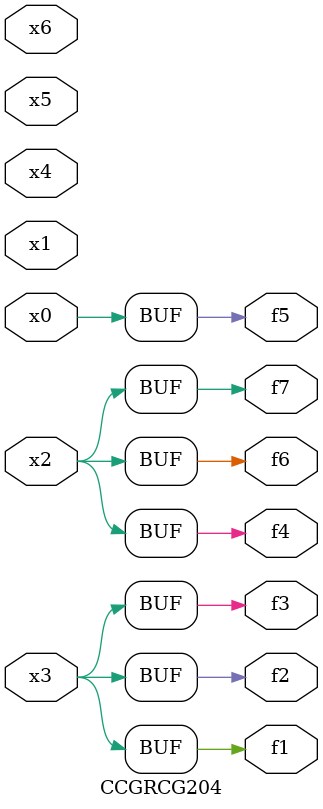
<source format=v>
module CCGRCG204(
	input x0, x1, x2, x3, x4, x5, x6,
	output f1, f2, f3, f4, f5, f6, f7
);
	assign f1 = x3;
	assign f2 = x3;
	assign f3 = x3;
	assign f4 = x2;
	assign f5 = x0;
	assign f6 = x2;
	assign f7 = x2;
endmodule

</source>
